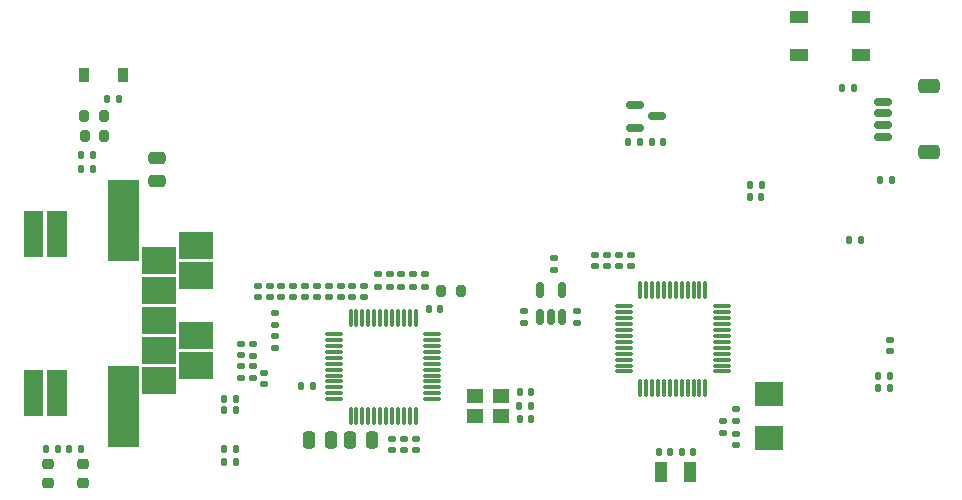
<source format=gbr>
G04 #@! TF.GenerationSoftware,KiCad,Pcbnew,(5.99.0-8454-g713af6630f)*
G04 #@! TF.CreationDate,2021-06-13T15:31:38-07:00*
G04 #@! TF.ProjectId,MFW007B,4d465730-3037-4422-9e6b-696361645f70,1*
G04 #@! TF.SameCoordinates,Original*
G04 #@! TF.FileFunction,Paste,Top*
G04 #@! TF.FilePolarity,Positive*
%FSLAX46Y46*%
G04 Gerber Fmt 4.6, Leading zero omitted, Abs format (unit mm)*
G04 Created by KiCad (PCBNEW (5.99.0-8454-g713af6630f)) date 2021-06-13 15:31:38*
%MOMM*%
%LPD*%
G01*
G04 APERTURE LIST*
G04 Aperture macros list*
%AMRoundRect*
0 Rectangle with rounded corners*
0 $1 Rounding radius*
0 $2 $3 $4 $5 $6 $7 $8 $9 X,Y pos of 4 corners*
0 Add a 4 corners polygon primitive as box body*
4,1,4,$2,$3,$4,$5,$6,$7,$8,$9,$2,$3,0*
0 Add four circle primitives for the rounded corners*
1,1,$1+$1,$2,$3*
1,1,$1+$1,$4,$5*
1,1,$1+$1,$6,$7*
1,1,$1+$1,$8,$9*
0 Add four rect primitives between the rounded corners*
20,1,$1+$1,$2,$3,$4,$5,0*
20,1,$1+$1,$4,$5,$6,$7,0*
20,1,$1+$1,$6,$7,$8,$9,0*
20,1,$1+$1,$8,$9,$2,$3,0*%
G04 Aperture macros list end*
%ADD10C,0.100000*%
%ADD11R,2.400000X2.000000*%
%ADD12RoundRect,0.075000X0.075000X-0.662500X0.075000X0.662500X-0.075000X0.662500X-0.075000X-0.662500X0*%
%ADD13RoundRect,0.075000X0.662500X-0.075000X0.662500X0.075000X-0.662500X0.075000X-0.662500X-0.075000X0*%
%ADD14RoundRect,0.140000X0.170000X-0.140000X0.170000X0.140000X-0.170000X0.140000X-0.170000X-0.140000X0*%
%ADD15RoundRect,0.135000X0.185000X-0.135000X0.185000X0.135000X-0.185000X0.135000X-0.185000X-0.135000X0*%
%ADD16RoundRect,0.218750X0.256250X-0.218750X0.256250X0.218750X-0.256250X0.218750X-0.256250X-0.218750X0*%
%ADD17RoundRect,0.140000X-0.170000X0.140000X-0.170000X-0.140000X0.170000X-0.140000X0.170000X0.140000X0*%
%ADD18RoundRect,0.140000X-0.140000X-0.170000X0.140000X-0.170000X0.140000X0.170000X-0.140000X0.170000X0*%
%ADD19RoundRect,0.150000X0.625000X-0.150000X0.625000X0.150000X-0.625000X0.150000X-0.625000X-0.150000X0*%
%ADD20RoundRect,0.250000X0.650000X-0.350000X0.650000X0.350000X-0.650000X0.350000X-0.650000X-0.350000X0*%
%ADD21RoundRect,0.135000X0.135000X0.185000X-0.135000X0.185000X-0.135000X-0.185000X0.135000X-0.185000X0*%
%ADD22RoundRect,0.135000X-0.185000X0.135000X-0.185000X-0.135000X0.185000X-0.135000X0.185000X0.135000X0*%
%ADD23R,0.900000X1.200000*%
%ADD24RoundRect,0.075000X-0.662500X-0.075000X0.662500X-0.075000X0.662500X0.075000X-0.662500X0.075000X0*%
%ADD25RoundRect,0.075000X-0.075000X-0.662500X0.075000X-0.662500X0.075000X0.662500X-0.075000X0.662500X0*%
%ADD26RoundRect,0.135000X-0.135000X-0.185000X0.135000X-0.185000X0.135000X0.185000X-0.135000X0.185000X0*%
%ADD27R,1.000000X1.800000*%
%ADD28R,1.400000X1.200000*%
%ADD29RoundRect,0.150000X0.150000X-0.512500X0.150000X0.512500X-0.150000X0.512500X-0.150000X-0.512500X0*%
%ADD30RoundRect,0.200000X-0.200000X-0.275000X0.200000X-0.275000X0.200000X0.275000X-0.200000X0.275000X0*%
%ADD31RoundRect,0.140000X0.140000X0.170000X-0.140000X0.170000X-0.140000X-0.170000X0.140000X-0.170000X0*%
%ADD32RoundRect,0.250000X-0.250000X-0.475000X0.250000X-0.475000X0.250000X0.475000X-0.250000X0.475000X0*%
%ADD33RoundRect,0.250000X-0.475000X0.250000X-0.475000X-0.250000X0.475000X-0.250000X0.475000X0.250000X0*%
%ADD34RoundRect,0.150000X-0.587500X-0.150000X0.587500X-0.150000X0.587500X0.150000X-0.587500X0.150000X0*%
%ADD35RoundRect,0.250000X0.250000X0.475000X-0.250000X0.475000X-0.250000X-0.475000X0.250000X-0.475000X0*%
%ADD36R,1.549400X0.990600*%
G04 APERTURE END LIST*
D10*
X107368680Y-103558680D02*
X107368680Y-101358680D01*
X107368680Y-101358680D02*
X110168680Y-101358680D01*
X110168680Y-101358680D02*
X110168680Y-103558680D01*
X110168680Y-103558680D02*
X107368680Y-103558680D01*
G36*
X110168680Y-103558680D02*
G01*
X107368680Y-103558680D01*
X107368680Y-101358680D01*
X110168680Y-101358680D01*
X110168680Y-103558680D01*
G37*
X110168680Y-103558680D02*
X107368680Y-103558680D01*
X107368680Y-101358680D01*
X110168680Y-101358680D01*
X110168680Y-103558680D01*
X104228680Y-109908680D02*
X104228680Y-107708680D01*
X104228680Y-107708680D02*
X107028680Y-107708680D01*
X107028680Y-107708680D02*
X107028680Y-109908680D01*
X107028680Y-109908680D02*
X104228680Y-109908680D01*
G36*
X107028680Y-109908680D02*
G01*
X104228680Y-109908680D01*
X104228680Y-107708680D01*
X107028680Y-107708680D01*
X107028680Y-109908680D01*
G37*
X107028680Y-109908680D02*
X104228680Y-109908680D01*
X104228680Y-107708680D01*
X107028680Y-107708680D01*
X107028680Y-109908680D01*
X104228680Y-102288680D02*
X104228680Y-100088680D01*
X104228680Y-100088680D02*
X107028680Y-100088680D01*
X107028680Y-100088680D02*
X107028680Y-102288680D01*
X107028680Y-102288680D02*
X104228680Y-102288680D01*
G36*
X107028680Y-102288680D02*
G01*
X104228680Y-102288680D01*
X104228680Y-100088680D01*
X107028680Y-100088680D01*
X107028680Y-102288680D01*
G37*
X107028680Y-102288680D02*
X104228680Y-102288680D01*
X104228680Y-100088680D01*
X107028680Y-100088680D01*
X107028680Y-102288680D01*
X94208680Y-100803680D02*
X94208680Y-97003680D01*
X94208680Y-97003680D02*
X95808680Y-97003680D01*
X95808680Y-97003680D02*
X95808680Y-100803680D01*
X95808680Y-100803680D02*
X94208680Y-100803680D01*
G36*
X95808680Y-100803680D02*
G01*
X94208680Y-100803680D01*
X94208680Y-97003680D01*
X95808680Y-97003680D01*
X95808680Y-100803680D01*
G37*
X95808680Y-100803680D02*
X94208680Y-100803680D01*
X94208680Y-97003680D01*
X95808680Y-97003680D01*
X95808680Y-100803680D01*
X96238680Y-100803680D02*
X96238680Y-97003680D01*
X96238680Y-97003680D02*
X97838680Y-97003680D01*
X97838680Y-97003680D02*
X97838680Y-100803680D01*
X97838680Y-100803680D02*
X96238680Y-100803680D01*
G36*
X97838680Y-100803680D02*
G01*
X96238680Y-100803680D01*
X96238680Y-97003680D01*
X97838680Y-97003680D01*
X97838680Y-100803680D01*
G37*
X97838680Y-100803680D02*
X96238680Y-100803680D01*
X96238680Y-97003680D01*
X97838680Y-97003680D01*
X97838680Y-100803680D01*
X104228680Y-104828680D02*
X104228680Y-102628680D01*
X104228680Y-102628680D02*
X107028680Y-102628680D01*
X107028680Y-102628680D02*
X107028680Y-104828680D01*
X107028680Y-104828680D02*
X104228680Y-104828680D01*
G36*
X107028680Y-104828680D02*
G01*
X104228680Y-104828680D01*
X104228680Y-102628680D01*
X107028680Y-102628680D01*
X107028680Y-104828680D01*
G37*
X107028680Y-104828680D02*
X104228680Y-104828680D01*
X104228680Y-102628680D01*
X107028680Y-102628680D01*
X107028680Y-104828680D01*
X107368680Y-108638680D02*
X107368680Y-106438680D01*
X107368680Y-106438680D02*
X110168680Y-106438680D01*
X110168680Y-106438680D02*
X110168680Y-108638680D01*
X110168680Y-108638680D02*
X107368680Y-108638680D01*
G36*
X110168680Y-108638680D02*
G01*
X107368680Y-108638680D01*
X107368680Y-106438680D01*
X110168680Y-106438680D01*
X110168680Y-108638680D01*
G37*
X110168680Y-108638680D02*
X107368680Y-108638680D01*
X107368680Y-106438680D01*
X110168680Y-106438680D01*
X110168680Y-108638680D01*
X101328680Y-116903680D02*
X101328680Y-110103680D01*
X101328680Y-110103680D02*
X103928680Y-110103680D01*
X103928680Y-110103680D02*
X103928680Y-116903680D01*
X103928680Y-116903680D02*
X101328680Y-116903680D01*
G36*
X103928680Y-116903680D02*
G01*
X101328680Y-116903680D01*
X101328680Y-110103680D01*
X103928680Y-110103680D01*
X103928680Y-116903680D01*
G37*
X103928680Y-116903680D02*
X101328680Y-116903680D01*
X101328680Y-110103680D01*
X103928680Y-110103680D01*
X103928680Y-116903680D01*
X104228680Y-107368680D02*
X104228680Y-105168680D01*
X104228680Y-105168680D02*
X107028680Y-105168680D01*
X107028680Y-105168680D02*
X107028680Y-107368680D01*
X107028680Y-107368680D02*
X104228680Y-107368680D01*
G36*
X107028680Y-107368680D02*
G01*
X104228680Y-107368680D01*
X104228680Y-105168680D01*
X107028680Y-105168680D01*
X107028680Y-107368680D01*
G37*
X107028680Y-107368680D02*
X104228680Y-107368680D01*
X104228680Y-105168680D01*
X107028680Y-105168680D01*
X107028680Y-107368680D01*
X107368680Y-111178680D02*
X107368680Y-108978680D01*
X107368680Y-108978680D02*
X110168680Y-108978680D01*
X110168680Y-108978680D02*
X110168680Y-111178680D01*
X110168680Y-111178680D02*
X107368680Y-111178680D01*
G36*
X110168680Y-111178680D02*
G01*
X107368680Y-111178680D01*
X107368680Y-108978680D01*
X110168680Y-108978680D01*
X110168680Y-111178680D01*
G37*
X110168680Y-111178680D02*
X107368680Y-111178680D01*
X107368680Y-108978680D01*
X110168680Y-108978680D01*
X110168680Y-111178680D01*
X96238680Y-114253680D02*
X96238680Y-110453680D01*
X96238680Y-110453680D02*
X97838680Y-110453680D01*
X97838680Y-110453680D02*
X97838680Y-114253680D01*
X97838680Y-114253680D02*
X96238680Y-114253680D01*
G36*
X97838680Y-114253680D02*
G01*
X96238680Y-114253680D01*
X96238680Y-110453680D01*
X97838680Y-110453680D01*
X97838680Y-114253680D01*
G37*
X97838680Y-114253680D02*
X96238680Y-114253680D01*
X96238680Y-110453680D01*
X97838680Y-110453680D01*
X97838680Y-114253680D01*
X101328680Y-101153680D02*
X101328680Y-94353680D01*
X101328680Y-94353680D02*
X103928680Y-94353680D01*
X103928680Y-94353680D02*
X103928680Y-101153680D01*
X103928680Y-101153680D02*
X101328680Y-101153680D01*
G36*
X103928680Y-101153680D02*
G01*
X101328680Y-101153680D01*
X101328680Y-94353680D01*
X103928680Y-94353680D01*
X103928680Y-101153680D01*
G37*
X103928680Y-101153680D02*
X101328680Y-101153680D01*
X101328680Y-94353680D01*
X103928680Y-94353680D01*
X103928680Y-101153680D01*
X94208680Y-114253680D02*
X94208680Y-110453680D01*
X94208680Y-110453680D02*
X95808680Y-110453680D01*
X95808680Y-110453680D02*
X95808680Y-114253680D01*
X95808680Y-114253680D02*
X94208680Y-114253680D01*
G36*
X95808680Y-114253680D02*
G01*
X94208680Y-114253680D01*
X94208680Y-110453680D01*
X95808680Y-110453680D01*
X95808680Y-114253680D01*
G37*
X95808680Y-114253680D02*
X94208680Y-114253680D01*
X94208680Y-110453680D01*
X95808680Y-110453680D01*
X95808680Y-114253680D01*
X104228680Y-112448680D02*
X104228680Y-110248680D01*
X104228680Y-110248680D02*
X107028680Y-110248680D01*
X107028680Y-110248680D02*
X107028680Y-112448680D01*
X107028680Y-112448680D02*
X104228680Y-112448680D01*
G36*
X107028680Y-112448680D02*
G01*
X104228680Y-112448680D01*
X104228680Y-110248680D01*
X107028680Y-110248680D01*
X107028680Y-112448680D01*
G37*
X107028680Y-112448680D02*
X104228680Y-112448680D01*
X104228680Y-110248680D01*
X107028680Y-110248680D01*
X107028680Y-112448680D01*
X107368680Y-101018680D02*
X107368680Y-98818680D01*
X107368680Y-98818680D02*
X110168680Y-98818680D01*
X110168680Y-98818680D02*
X110168680Y-101018680D01*
X110168680Y-101018680D02*
X107368680Y-101018680D01*
G36*
X110168680Y-101018680D02*
G01*
X107368680Y-101018680D01*
X107368680Y-98818680D01*
X110168680Y-98818680D01*
X110168680Y-101018680D01*
G37*
X110168680Y-101018680D02*
X107368680Y-101018680D01*
X107368680Y-98818680D01*
X110168680Y-98818680D01*
X110168680Y-101018680D01*
D11*
X157300000Y-112550000D03*
X157300000Y-116250000D03*
D12*
X146440000Y-112012500D03*
X146940000Y-112012500D03*
X147440000Y-112012500D03*
X147940000Y-112012500D03*
X148440000Y-112012500D03*
X148940000Y-112012500D03*
X149440000Y-112012500D03*
X149940000Y-112012500D03*
X150440000Y-112012500D03*
X150940000Y-112012500D03*
X151440000Y-112012500D03*
X151940000Y-112012500D03*
D13*
X153352500Y-110600000D03*
X153352500Y-110100000D03*
X153352500Y-109600000D03*
X153352500Y-109100000D03*
X153352500Y-108600000D03*
X153352500Y-108100000D03*
X153352500Y-107600000D03*
X153352500Y-107100000D03*
X153352500Y-106600000D03*
X153352500Y-106100000D03*
X153352500Y-105600000D03*
X153352500Y-105100000D03*
D12*
X151940000Y-103687500D03*
X151440000Y-103687500D03*
X150940000Y-103687500D03*
X150440000Y-103687500D03*
X149940000Y-103687500D03*
X149440000Y-103687500D03*
X148940000Y-103687500D03*
X148440000Y-103687500D03*
X147940000Y-103687500D03*
X147440000Y-103687500D03*
X146940000Y-103687500D03*
X146440000Y-103687500D03*
D13*
X145027500Y-105100000D03*
X145027500Y-105600000D03*
X145027500Y-106100000D03*
X145027500Y-106600000D03*
X145027500Y-107100000D03*
X145027500Y-107600000D03*
X145027500Y-108100000D03*
X145027500Y-108600000D03*
X145027500Y-109100000D03*
X145027500Y-109600000D03*
X145027500Y-110100000D03*
X145027500Y-110600000D03*
D14*
X144600000Y-101700000D03*
X144600000Y-100740000D03*
D15*
X124200000Y-103410000D03*
X124200000Y-102390000D03*
D16*
X96250000Y-120037500D03*
X96250000Y-118462500D03*
D17*
X126400000Y-116300000D03*
X126400000Y-117260000D03*
D14*
X117050000Y-104300000D03*
X117050000Y-103340000D03*
D15*
X126200000Y-103410000D03*
X126200000Y-102390000D03*
D18*
X111220000Y-112900000D03*
X112180000Y-112900000D03*
D19*
X167000000Y-90750000D03*
X167000000Y-89750000D03*
X167000000Y-88750000D03*
X167000000Y-87750000D03*
D20*
X170875000Y-86450000D03*
X170875000Y-92050000D03*
D21*
X112210000Y-117200000D03*
X111190000Y-117200000D03*
D22*
X153450000Y-114820000D03*
X153450000Y-115840000D03*
D23*
X102650000Y-85500000D03*
X99350000Y-85500000D03*
D21*
X100120000Y-93460000D03*
X99100000Y-93460000D03*
D14*
X119050000Y-104300000D03*
X119050000Y-103340000D03*
D15*
X113600000Y-111160000D03*
X113600000Y-110140000D03*
D21*
X112210000Y-113900000D03*
X111190000Y-113900000D03*
D24*
X120487500Y-107450000D03*
X120487500Y-107950000D03*
X120487500Y-108450000D03*
X120487500Y-108950000D03*
X120487500Y-109450000D03*
X120487500Y-109950000D03*
X120487500Y-110450000D03*
X120487500Y-110950000D03*
X120487500Y-111450000D03*
X120487500Y-111950000D03*
X120487500Y-112450000D03*
X120487500Y-112950000D03*
D25*
X121900000Y-114362500D03*
X122400000Y-114362500D03*
X122900000Y-114362500D03*
X123400000Y-114362500D03*
X123900000Y-114362500D03*
X124400000Y-114362500D03*
X124900000Y-114362500D03*
X125400000Y-114362500D03*
X125900000Y-114362500D03*
X126400000Y-114362500D03*
X126900000Y-114362500D03*
X127400000Y-114362500D03*
D24*
X128812500Y-112950000D03*
X128812500Y-112450000D03*
X128812500Y-111950000D03*
X128812500Y-111450000D03*
X128812500Y-110950000D03*
X128812500Y-110450000D03*
X128812500Y-109950000D03*
X128812500Y-109450000D03*
X128812500Y-108950000D03*
X128812500Y-108450000D03*
X128812500Y-107950000D03*
X128812500Y-107450000D03*
D25*
X127400000Y-106037500D03*
X126900000Y-106037500D03*
X126400000Y-106037500D03*
X125900000Y-106037500D03*
X125400000Y-106037500D03*
X124900000Y-106037500D03*
X124400000Y-106037500D03*
X123900000Y-106037500D03*
X123400000Y-106037500D03*
X122900000Y-106037500D03*
X122400000Y-106037500D03*
X121900000Y-106037500D03*
D15*
X128200000Y-103410000D03*
X128200000Y-102390000D03*
D18*
X128520000Y-105300000D03*
X129480000Y-105300000D03*
D17*
X125400000Y-116300000D03*
X125400000Y-117260000D03*
D26*
X166690000Y-94400000D03*
X167710000Y-94400000D03*
D21*
X118720000Y-111800000D03*
X117700000Y-111800000D03*
D27*
X150650000Y-119150000D03*
X148150000Y-119150000D03*
D21*
X167610000Y-111000000D03*
X166590000Y-111000000D03*
D14*
X154550000Y-114780000D03*
X154550000Y-113820000D03*
D28*
X132400000Y-114350000D03*
X134600000Y-114350000D03*
X134600000Y-112650000D03*
X132400000Y-112650000D03*
D17*
X154550000Y-115900000D03*
X154550000Y-116860000D03*
D14*
X112600000Y-109230000D03*
X112600000Y-108270000D03*
D15*
X115520000Y-108620000D03*
X115520000Y-107600000D03*
X113600000Y-109260000D03*
X113600000Y-108240000D03*
D18*
X145420000Y-91200000D03*
X146380000Y-91200000D03*
D14*
X145600000Y-101700000D03*
X145600000Y-100740000D03*
D29*
X137900000Y-106000000D03*
X138850000Y-106000000D03*
X139800000Y-106000000D03*
X139800000Y-103725000D03*
X137900000Y-103725000D03*
D30*
X99375000Y-90700000D03*
X101025000Y-90700000D03*
D31*
X156680000Y-95800000D03*
X155720000Y-95800000D03*
D14*
X114050000Y-104300000D03*
X114050000Y-103340000D03*
D31*
X148380000Y-91200000D03*
X147420000Y-91200000D03*
D17*
X139100000Y-101020000D03*
X139100000Y-101980000D03*
D14*
X120050000Y-104300000D03*
X120050000Y-103340000D03*
D26*
X163490000Y-86600000D03*
X164510000Y-86600000D03*
D15*
X127200000Y-103410000D03*
X127200000Y-102390000D03*
D32*
X118350000Y-116400000D03*
X120250000Y-116400000D03*
D15*
X125200000Y-103410000D03*
X125200000Y-102390000D03*
D22*
X115520000Y-105690000D03*
X115520000Y-106710000D03*
D14*
X115050000Y-104300000D03*
X115050000Y-103340000D03*
D22*
X141100000Y-105490000D03*
X141100000Y-106510000D03*
D31*
X148980000Y-117450000D03*
X148020000Y-117450000D03*
D17*
X167600000Y-107920000D03*
X167600000Y-108880000D03*
D18*
X149920000Y-117450000D03*
X150880000Y-117450000D03*
D21*
X100120000Y-92250000D03*
X99100000Y-92250000D03*
X165110000Y-99500000D03*
X164090000Y-99500000D03*
D30*
X99350000Y-89000000D03*
X101000000Y-89000000D03*
D14*
X123050000Y-104300000D03*
X123050000Y-103340000D03*
D30*
X129575000Y-103800000D03*
X131225000Y-103800000D03*
D33*
X105500000Y-92550000D03*
X105500000Y-94450000D03*
D14*
X116050000Y-104300000D03*
X116050000Y-103340000D03*
D26*
X96120000Y-117200000D03*
X97140000Y-117200000D03*
X101290000Y-87500000D03*
X102310000Y-87500000D03*
D34*
X145962500Y-88050000D03*
X145962500Y-89950000D03*
X147837500Y-89000000D03*
D26*
X136190000Y-113500000D03*
X137210000Y-113500000D03*
D35*
X123750000Y-116400000D03*
X121850000Y-116400000D03*
D14*
X143600000Y-101700000D03*
X143600000Y-100740000D03*
D36*
X159874999Y-80600001D03*
X165125001Y-80600001D03*
X159874999Y-83799999D03*
X165125001Y-83799999D03*
D26*
X111190000Y-118300000D03*
X112210000Y-118300000D03*
D18*
X136220000Y-112300000D03*
X137180000Y-112300000D03*
X136220000Y-114650000D03*
X137180000Y-114650000D03*
D14*
X114550000Y-111680000D03*
X114550000Y-110720000D03*
X142600000Y-101700000D03*
X142600000Y-100740000D03*
D17*
X127400000Y-116300000D03*
X127400000Y-117260000D03*
D14*
X118050000Y-104300000D03*
X118050000Y-103340000D03*
X121050000Y-104300000D03*
X121050000Y-103340000D03*
D26*
X166590000Y-112000000D03*
X167610000Y-112000000D03*
D21*
X99110000Y-117200000D03*
X98090000Y-117200000D03*
D16*
X99250000Y-120037500D03*
X99250000Y-118462500D03*
D17*
X112600000Y-110170000D03*
X112600000Y-111130000D03*
D22*
X136600000Y-105490000D03*
X136600000Y-106510000D03*
D14*
X122050000Y-104300000D03*
X122050000Y-103340000D03*
D26*
X155690000Y-94800000D03*
X156710000Y-94800000D03*
M02*

</source>
